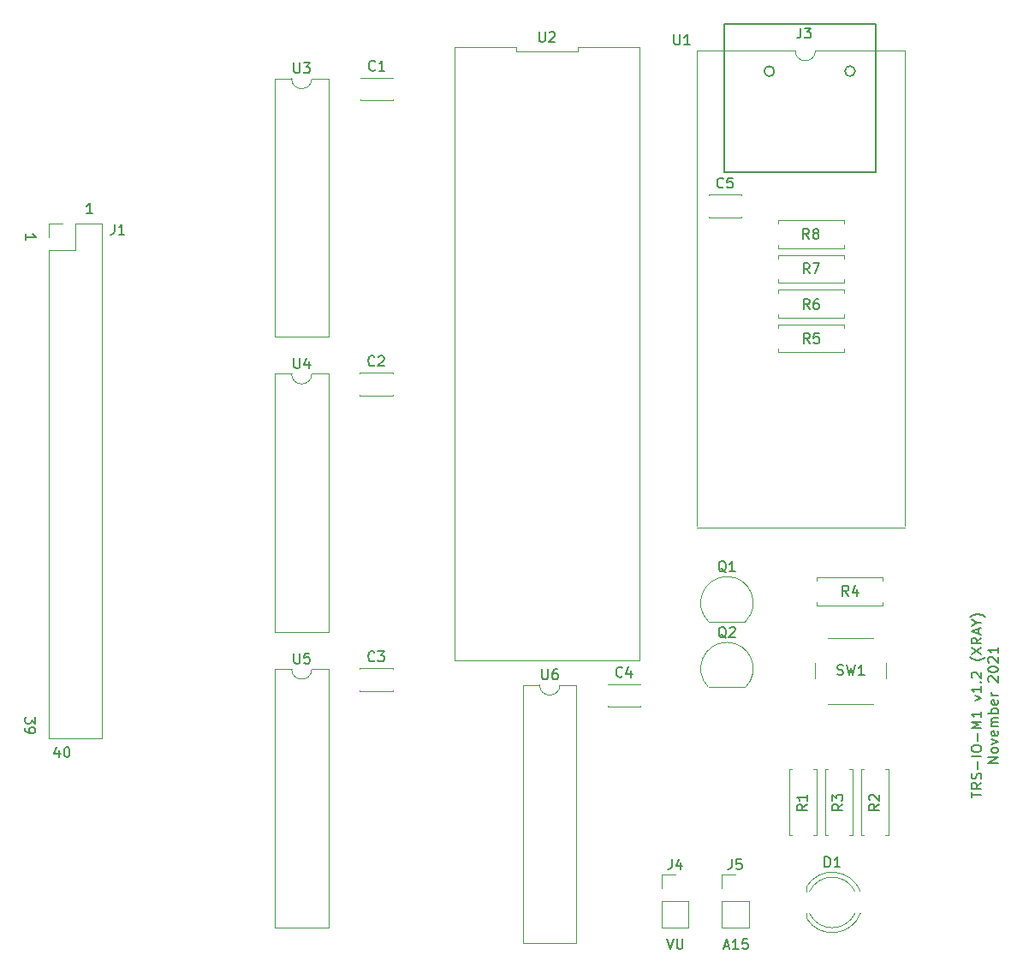
<source format=gbr>
%TF.GenerationSoftware,KiCad,Pcbnew,(5.1.10-1-10_14)*%
%TF.CreationDate,2021-11-12T16:12:36-08:00*%
%TF.ProjectId,TRS-IO-M1,5452532d-494f-42d4-9d31-2e6b69636164,rev?*%
%TF.SameCoordinates,Original*%
%TF.FileFunction,Legend,Top*%
%TF.FilePolarity,Positive*%
%FSLAX46Y46*%
G04 Gerber Fmt 4.6, Leading zero omitted, Abs format (unit mm)*
G04 Created by KiCad (PCBNEW (5.1.10-1-10_14)) date 2021-11-12 16:12:36*
%MOMM*%
%LPD*%
G01*
G04 APERTURE LIST*
%ADD10C,0.150000*%
%ADD11C,0.120000*%
G04 APERTURE END LIST*
D10*
X184259523Y-138866666D02*
X184735714Y-138866666D01*
X184164285Y-139152380D02*
X184497619Y-138152380D01*
X184830952Y-139152380D01*
X185688095Y-139152380D02*
X185116666Y-139152380D01*
X185402380Y-139152380D02*
X185402380Y-138152380D01*
X185307142Y-138295238D01*
X185211904Y-138390476D01*
X185116666Y-138438095D01*
X186592857Y-138152380D02*
X186116666Y-138152380D01*
X186069047Y-138628571D01*
X186116666Y-138580952D01*
X186211904Y-138533333D01*
X186450000Y-138533333D01*
X186545238Y-138580952D01*
X186592857Y-138628571D01*
X186640476Y-138723809D01*
X186640476Y-138961904D01*
X186592857Y-139057142D01*
X186545238Y-139104761D01*
X186450000Y-139152380D01*
X186211904Y-139152380D01*
X186116666Y-139104761D01*
X186069047Y-139057142D01*
X178592857Y-138152380D02*
X178926190Y-139152380D01*
X179259523Y-138152380D01*
X179592857Y-138152380D02*
X179592857Y-138961904D01*
X179640476Y-139057142D01*
X179688095Y-139104761D01*
X179783333Y-139152380D01*
X179973809Y-139152380D01*
X180069047Y-139104761D01*
X180116666Y-139057142D01*
X180164285Y-138961904D01*
X180164285Y-138152380D01*
X208727380Y-124192857D02*
X208727380Y-123621428D01*
X209727380Y-123907142D02*
X208727380Y-123907142D01*
X209727380Y-122716666D02*
X209251190Y-123050000D01*
X209727380Y-123288095D02*
X208727380Y-123288095D01*
X208727380Y-122907142D01*
X208775000Y-122811904D01*
X208822619Y-122764285D01*
X208917857Y-122716666D01*
X209060714Y-122716666D01*
X209155952Y-122764285D01*
X209203571Y-122811904D01*
X209251190Y-122907142D01*
X209251190Y-123288095D01*
X209679761Y-122335714D02*
X209727380Y-122192857D01*
X209727380Y-121954761D01*
X209679761Y-121859523D01*
X209632142Y-121811904D01*
X209536904Y-121764285D01*
X209441666Y-121764285D01*
X209346428Y-121811904D01*
X209298809Y-121859523D01*
X209251190Y-121954761D01*
X209203571Y-122145238D01*
X209155952Y-122240476D01*
X209108333Y-122288095D01*
X209013095Y-122335714D01*
X208917857Y-122335714D01*
X208822619Y-122288095D01*
X208775000Y-122240476D01*
X208727380Y-122145238D01*
X208727380Y-121907142D01*
X208775000Y-121764285D01*
X209346428Y-121335714D02*
X209346428Y-120573809D01*
X209727380Y-120097619D02*
X208727380Y-120097619D01*
X208727380Y-119430952D02*
X208727380Y-119240476D01*
X208775000Y-119145238D01*
X208870238Y-119050000D01*
X209060714Y-119002380D01*
X209394047Y-119002380D01*
X209584523Y-119050000D01*
X209679761Y-119145238D01*
X209727380Y-119240476D01*
X209727380Y-119430952D01*
X209679761Y-119526190D01*
X209584523Y-119621428D01*
X209394047Y-119669047D01*
X209060714Y-119669047D01*
X208870238Y-119621428D01*
X208775000Y-119526190D01*
X208727380Y-119430952D01*
X209346428Y-118573809D02*
X209346428Y-117811904D01*
X209727380Y-117335714D02*
X208727380Y-117335714D01*
X209441666Y-117002380D01*
X208727380Y-116669047D01*
X209727380Y-116669047D01*
X209727380Y-115669047D02*
X209727380Y-116240476D01*
X209727380Y-115954761D02*
X208727380Y-115954761D01*
X208870238Y-116050000D01*
X208965476Y-116145238D01*
X209013095Y-116240476D01*
X209060714Y-114573809D02*
X209727380Y-114335714D01*
X209060714Y-114097619D01*
X209727380Y-113192857D02*
X209727380Y-113764285D01*
X209727380Y-113478571D02*
X208727380Y-113478571D01*
X208870238Y-113573809D01*
X208965476Y-113669047D01*
X209013095Y-113764285D01*
X209632142Y-112764285D02*
X209679761Y-112716666D01*
X209727380Y-112764285D01*
X209679761Y-112811904D01*
X209632142Y-112764285D01*
X209727380Y-112764285D01*
X208822619Y-112335714D02*
X208775000Y-112288095D01*
X208727380Y-112192857D01*
X208727380Y-111954761D01*
X208775000Y-111859523D01*
X208822619Y-111811904D01*
X208917857Y-111764285D01*
X209013095Y-111764285D01*
X209155952Y-111811904D01*
X209727380Y-112383333D01*
X209727380Y-111764285D01*
X210108333Y-110288095D02*
X210060714Y-110335714D01*
X209917857Y-110430952D01*
X209822619Y-110478571D01*
X209679761Y-110526190D01*
X209441666Y-110573809D01*
X209251190Y-110573809D01*
X209013095Y-110526190D01*
X208870238Y-110478571D01*
X208775000Y-110430952D01*
X208632142Y-110335714D01*
X208584523Y-110288095D01*
X208727380Y-110002380D02*
X209727380Y-109335714D01*
X208727380Y-109335714D02*
X209727380Y-110002380D01*
X209727380Y-108383333D02*
X209251190Y-108716666D01*
X209727380Y-108954761D02*
X208727380Y-108954761D01*
X208727380Y-108573809D01*
X208775000Y-108478571D01*
X208822619Y-108430952D01*
X208917857Y-108383333D01*
X209060714Y-108383333D01*
X209155952Y-108430952D01*
X209203571Y-108478571D01*
X209251190Y-108573809D01*
X209251190Y-108954761D01*
X209441666Y-108002380D02*
X209441666Y-107526190D01*
X209727380Y-108097619D02*
X208727380Y-107764285D01*
X209727380Y-107430952D01*
X209251190Y-106907142D02*
X209727380Y-106907142D01*
X208727380Y-107240476D02*
X209251190Y-106907142D01*
X208727380Y-106573809D01*
X210108333Y-106335714D02*
X210060714Y-106288095D01*
X209917857Y-106192857D01*
X209822619Y-106145238D01*
X209679761Y-106097619D01*
X209441666Y-106050000D01*
X209251190Y-106050000D01*
X209013095Y-106097619D01*
X208870238Y-106145238D01*
X208775000Y-106192857D01*
X208632142Y-106288095D01*
X208584523Y-106335714D01*
X211377380Y-120740476D02*
X210377380Y-120740476D01*
X211377380Y-120169047D01*
X210377380Y-120169047D01*
X211377380Y-119550000D02*
X211329761Y-119645238D01*
X211282142Y-119692857D01*
X211186904Y-119740476D01*
X210901190Y-119740476D01*
X210805952Y-119692857D01*
X210758333Y-119645238D01*
X210710714Y-119550000D01*
X210710714Y-119407142D01*
X210758333Y-119311904D01*
X210805952Y-119264285D01*
X210901190Y-119216666D01*
X211186904Y-119216666D01*
X211282142Y-119264285D01*
X211329761Y-119311904D01*
X211377380Y-119407142D01*
X211377380Y-119550000D01*
X210710714Y-118883333D02*
X211377380Y-118645238D01*
X210710714Y-118407142D01*
X211329761Y-117645238D02*
X211377380Y-117740476D01*
X211377380Y-117930952D01*
X211329761Y-118026190D01*
X211234523Y-118073809D01*
X210853571Y-118073809D01*
X210758333Y-118026190D01*
X210710714Y-117930952D01*
X210710714Y-117740476D01*
X210758333Y-117645238D01*
X210853571Y-117597619D01*
X210948809Y-117597619D01*
X211044047Y-118073809D01*
X211377380Y-117169047D02*
X210710714Y-117169047D01*
X210805952Y-117169047D02*
X210758333Y-117121428D01*
X210710714Y-117026190D01*
X210710714Y-116883333D01*
X210758333Y-116788095D01*
X210853571Y-116740476D01*
X211377380Y-116740476D01*
X210853571Y-116740476D02*
X210758333Y-116692857D01*
X210710714Y-116597619D01*
X210710714Y-116454761D01*
X210758333Y-116359523D01*
X210853571Y-116311904D01*
X211377380Y-116311904D01*
X211377380Y-115835714D02*
X210377380Y-115835714D01*
X210758333Y-115835714D02*
X210710714Y-115740476D01*
X210710714Y-115550000D01*
X210758333Y-115454761D01*
X210805952Y-115407142D01*
X210901190Y-115359523D01*
X211186904Y-115359523D01*
X211282142Y-115407142D01*
X211329761Y-115454761D01*
X211377380Y-115550000D01*
X211377380Y-115740476D01*
X211329761Y-115835714D01*
X211329761Y-114550000D02*
X211377380Y-114645238D01*
X211377380Y-114835714D01*
X211329761Y-114930952D01*
X211234523Y-114978571D01*
X210853571Y-114978571D01*
X210758333Y-114930952D01*
X210710714Y-114835714D01*
X210710714Y-114645238D01*
X210758333Y-114550000D01*
X210853571Y-114502380D01*
X210948809Y-114502380D01*
X211044047Y-114978571D01*
X211377380Y-114073809D02*
X210710714Y-114073809D01*
X210901190Y-114073809D02*
X210805952Y-114026190D01*
X210758333Y-113978571D01*
X210710714Y-113883333D01*
X210710714Y-113788095D01*
X210472619Y-112740476D02*
X210425000Y-112692857D01*
X210377380Y-112597619D01*
X210377380Y-112359523D01*
X210425000Y-112264285D01*
X210472619Y-112216666D01*
X210567857Y-112169047D01*
X210663095Y-112169047D01*
X210805952Y-112216666D01*
X211377380Y-112788095D01*
X211377380Y-112169047D01*
X210377380Y-111550000D02*
X210377380Y-111454761D01*
X210425000Y-111359523D01*
X210472619Y-111311904D01*
X210567857Y-111264285D01*
X210758333Y-111216666D01*
X210996428Y-111216666D01*
X211186904Y-111264285D01*
X211282142Y-111311904D01*
X211329761Y-111359523D01*
X211377380Y-111454761D01*
X211377380Y-111550000D01*
X211329761Y-111645238D01*
X211282142Y-111692857D01*
X211186904Y-111740476D01*
X210996428Y-111788095D01*
X210758333Y-111788095D01*
X210567857Y-111740476D01*
X210472619Y-111692857D01*
X210425000Y-111645238D01*
X210377380Y-111550000D01*
X210472619Y-110835714D02*
X210425000Y-110788095D01*
X210377380Y-110692857D01*
X210377380Y-110454761D01*
X210425000Y-110359523D01*
X210472619Y-110311904D01*
X210567857Y-110264285D01*
X210663095Y-110264285D01*
X210805952Y-110311904D01*
X211377380Y-110883333D01*
X211377380Y-110264285D01*
X211377380Y-109311904D02*
X211377380Y-109883333D01*
X211377380Y-109597619D02*
X210377380Y-109597619D01*
X210520238Y-109692857D01*
X210615476Y-109788095D01*
X210663095Y-109883333D01*
X116143019Y-116233676D02*
X116143019Y-116852723D01*
X115762066Y-116519390D01*
X115762066Y-116662247D01*
X115714447Y-116757485D01*
X115666828Y-116805104D01*
X115571590Y-116852723D01*
X115333495Y-116852723D01*
X115238257Y-116805104D01*
X115190638Y-116757485D01*
X115143019Y-116662247D01*
X115143019Y-116376533D01*
X115190638Y-116281295D01*
X115238257Y-116233676D01*
X115143019Y-117328914D02*
X115143019Y-117519390D01*
X115190638Y-117614628D01*
X115238257Y-117662247D01*
X115381114Y-117757485D01*
X115571590Y-117805104D01*
X115952542Y-117805104D01*
X116047780Y-117757485D01*
X116095400Y-117709866D01*
X116143019Y-117614628D01*
X116143019Y-117424152D01*
X116095400Y-117328914D01*
X116047780Y-117281295D01*
X115952542Y-117233676D01*
X115714447Y-117233676D01*
X115619209Y-117281295D01*
X115571590Y-117328914D01*
X115523971Y-117424152D01*
X115523971Y-117614628D01*
X115571590Y-117709866D01*
X115619209Y-117757485D01*
X115714447Y-117805104D01*
X115193819Y-69043514D02*
X115193819Y-68472085D01*
X115193819Y-68757800D02*
X116193819Y-68757800D01*
X116050961Y-68662561D01*
X115955723Y-68567323D01*
X115908104Y-68472085D01*
X118510085Y-119521314D02*
X118510085Y-120187980D01*
X118271990Y-119140361D02*
X118033895Y-119854647D01*
X118652942Y-119854647D01*
X119224371Y-119187980D02*
X119319609Y-119187980D01*
X119414847Y-119235600D01*
X119462466Y-119283219D01*
X119510085Y-119378457D01*
X119557704Y-119568933D01*
X119557704Y-119807028D01*
X119510085Y-119997504D01*
X119462466Y-120092742D01*
X119414847Y-120140361D01*
X119319609Y-120187980D01*
X119224371Y-120187980D01*
X119129133Y-120140361D01*
X119081514Y-120092742D01*
X119033895Y-119997504D01*
X118986276Y-119807028D01*
X118986276Y-119568933D01*
X119033895Y-119378457D01*
X119081514Y-119283219D01*
X119129133Y-119235600D01*
X119224371Y-119187980D01*
X121799314Y-66416180D02*
X121227885Y-66416180D01*
X121513600Y-66416180D02*
X121513600Y-65416180D01*
X121418361Y-65559038D01*
X121323123Y-65654276D01*
X121227885Y-65701895D01*
D11*
%TO.C,U1*%
X202141600Y-50359000D02*
X193303400Y-50359000D01*
X202141600Y-97351500D02*
X202141600Y-50371500D01*
X181576200Y-97469000D02*
X202141600Y-97469000D01*
X181576200Y-50371500D02*
X181576200Y-97351500D01*
X191303400Y-50359000D02*
X181576200Y-50359000D01*
X193303400Y-50333600D02*
G75*
G02*
X191303400Y-50333600I-1000000J0D01*
G01*
%TO.C,SW1*%
X200294900Y-112397800D02*
X200294900Y-110897800D01*
X199044900Y-108397800D02*
X194544900Y-108397800D01*
X193294900Y-110897800D02*
X193294900Y-112397800D01*
X194544900Y-114897800D02*
X199044900Y-114897800D01*
%TO.C,R4*%
X199954900Y-105179800D02*
X199954900Y-104849800D01*
X193414900Y-105179800D02*
X199954900Y-105179800D01*
X193414900Y-104849800D02*
X193414900Y-105179800D01*
X199954900Y-102439800D02*
X199954900Y-102769800D01*
X193414900Y-102439800D02*
X199954900Y-102439800D01*
X193414900Y-102769800D02*
X193414900Y-102439800D01*
%TO.C,R3*%
X194235400Y-127907800D02*
X194565400Y-127907800D01*
X194235400Y-121367800D02*
X194235400Y-127907800D01*
X194565400Y-121367800D02*
X194235400Y-121367800D01*
X196975400Y-127907800D02*
X196645400Y-127907800D01*
X196975400Y-121367800D02*
X196975400Y-127907800D01*
X196645400Y-121367800D02*
X196975400Y-121367800D01*
%TO.C,R2*%
X197791400Y-127907800D02*
X198121400Y-127907800D01*
X197791400Y-121367800D02*
X197791400Y-127907800D01*
X198121400Y-121367800D02*
X197791400Y-121367800D01*
X200531400Y-127907800D02*
X200201400Y-127907800D01*
X200531400Y-121367800D02*
X200531400Y-127907800D01*
X200201400Y-121367800D02*
X200531400Y-121367800D01*
%TO.C,R1*%
X190679400Y-127907800D02*
X191009400Y-127907800D01*
X190679400Y-121367800D02*
X190679400Y-127907800D01*
X191009400Y-121367800D02*
X190679400Y-121367800D01*
X193419400Y-127907800D02*
X193089400Y-127907800D01*
X193419400Y-121367800D02*
X193419400Y-127907800D01*
X193089400Y-121367800D02*
X193419400Y-121367800D01*
%TO.C,J1*%
X117509000Y-67429200D02*
X118839000Y-67429200D01*
X117509000Y-68759200D02*
X117509000Y-67429200D01*
X120109000Y-67429200D02*
X122709000Y-67429200D01*
X120109000Y-70029200D02*
X120109000Y-67429200D01*
X117509000Y-70029200D02*
X120109000Y-70029200D01*
X122709000Y-67429200D02*
X122709000Y-118349200D01*
X117509000Y-70029200D02*
X117509000Y-118349200D01*
X117509000Y-118349200D02*
X122709000Y-118349200D01*
%TO.C,D1*%
X192410400Y-135623800D02*
X192410400Y-136088800D01*
X192410400Y-132998800D02*
X192410400Y-133463800D01*
X197224879Y-135624229D02*
G75*
G02*
X192715716Y-135623800I-2254479J1080429D01*
G01*
X197224879Y-133463371D02*
G75*
G03*
X192715716Y-133463800I-2254479J-1080429D01*
G01*
X197758215Y-135624627D02*
G75*
G02*
X192410400Y-136088630I-2787815J1080827D01*
G01*
X197758215Y-133462973D02*
G75*
G03*
X192410400Y-132998970I-2787815J-1080827D01*
G01*
D10*
%TO.C,J3*%
X197225400Y-52374800D02*
G75*
G03*
X197225400Y-52374800I-500000J0D01*
G01*
X189245400Y-52374800D02*
G75*
G03*
X189245400Y-52374800I-500000J0D01*
G01*
X199295400Y-62374800D02*
X184295400Y-62374800D01*
X184295400Y-62374800D02*
X184295400Y-47674800D01*
X184295400Y-47674800D02*
X199295400Y-47674800D01*
X199295400Y-47674800D02*
X199295400Y-62374800D01*
D11*
%TO.C,R5*%
X189617600Y-77750800D02*
X189617600Y-77420800D01*
X189617600Y-77420800D02*
X196157600Y-77420800D01*
X196157600Y-77420800D02*
X196157600Y-77750800D01*
X189617600Y-79830800D02*
X189617600Y-80160800D01*
X189617600Y-80160800D02*
X196157600Y-80160800D01*
X196157600Y-80160800D02*
X196157600Y-79830800D01*
%TO.C,R6*%
X196157600Y-76731800D02*
X196157600Y-76401800D01*
X189617600Y-76731800D02*
X196157600Y-76731800D01*
X189617600Y-76401800D02*
X189617600Y-76731800D01*
X196157600Y-73991800D02*
X196157600Y-74321800D01*
X189617600Y-73991800D02*
X196157600Y-73991800D01*
X189617600Y-74321800D02*
X189617600Y-73991800D01*
%TO.C,R7*%
X189617600Y-70892800D02*
X189617600Y-70562800D01*
X189617600Y-70562800D02*
X196157600Y-70562800D01*
X196157600Y-70562800D02*
X196157600Y-70892800D01*
X189617600Y-72972800D02*
X189617600Y-73302800D01*
X189617600Y-73302800D02*
X196157600Y-73302800D01*
X196157600Y-73302800D02*
X196157600Y-72972800D01*
%TO.C,R8*%
X196157600Y-69873800D02*
X196157600Y-69543800D01*
X189617600Y-69873800D02*
X196157600Y-69873800D01*
X189617600Y-69543800D02*
X189617600Y-69873800D01*
X196157600Y-67133800D02*
X196157600Y-67463800D01*
X189617600Y-67133800D02*
X196157600Y-67133800D01*
X189617600Y-67463800D02*
X189617600Y-67133800D01*
%TO.C,C1*%
X148296200Y-53007400D02*
X151536200Y-53007400D01*
X148296200Y-55247400D02*
X151536200Y-55247400D01*
X148296200Y-53007400D02*
X148296200Y-53072400D01*
X148296200Y-55182400D02*
X148296200Y-55247400D01*
X151536200Y-53007400D02*
X151536200Y-53072400D01*
X151536200Y-55182400D02*
X151536200Y-55247400D01*
%TO.C,C2*%
X151485400Y-84367000D02*
X151485400Y-84432000D01*
X151485400Y-82192000D02*
X151485400Y-82257000D01*
X148245400Y-84367000D02*
X148245400Y-84432000D01*
X148245400Y-82192000D02*
X148245400Y-82257000D01*
X148245400Y-84432000D02*
X151485400Y-84432000D01*
X148245400Y-82192000D02*
X151485400Y-82192000D01*
%TO.C,C3*%
X148245400Y-111402000D02*
X151485400Y-111402000D01*
X148245400Y-113642000D02*
X151485400Y-113642000D01*
X148245400Y-111402000D02*
X148245400Y-111467000D01*
X148245400Y-113577000D02*
X148245400Y-113642000D01*
X151485400Y-111402000D02*
X151485400Y-111467000D01*
X151485400Y-113577000D02*
X151485400Y-113642000D01*
%TO.C,C4*%
X175996400Y-115126400D02*
X175996400Y-115191400D01*
X175996400Y-112951400D02*
X175996400Y-113016400D01*
X172756400Y-115126400D02*
X172756400Y-115191400D01*
X172756400Y-112951400D02*
X172756400Y-113016400D01*
X172756400Y-115191400D02*
X175996400Y-115191400D01*
X172756400Y-112951400D02*
X175996400Y-112951400D01*
%TO.C,C5*%
X182738600Y-64589800D02*
X185978600Y-64589800D01*
X182738600Y-66829800D02*
X185978600Y-66829800D01*
X182738600Y-64589800D02*
X182738600Y-64654800D01*
X182738600Y-66764800D02*
X182738600Y-66829800D01*
X185978600Y-64589800D02*
X185978600Y-64654800D01*
X185978600Y-66764800D02*
X185978600Y-66829800D01*
%TO.C,J4*%
X178095600Y-137016800D02*
X180755600Y-137016800D01*
X178095600Y-134416800D02*
X178095600Y-137016800D01*
X180755600Y-134416800D02*
X180755600Y-137016800D01*
X178095600Y-134416800D02*
X180755600Y-134416800D01*
X178095600Y-133146800D02*
X178095600Y-131816800D01*
X178095600Y-131816800D02*
X179425600Y-131816800D01*
%TO.C,J5*%
X184039200Y-131816800D02*
X185369200Y-131816800D01*
X184039200Y-133146800D02*
X184039200Y-131816800D01*
X184039200Y-134416800D02*
X186699200Y-134416800D01*
X186699200Y-134416800D02*
X186699200Y-137016800D01*
X184039200Y-134416800D02*
X184039200Y-137016800D01*
X184039200Y-137016800D02*
X186699200Y-137016800D01*
%TO.C,Q1*%
X182756400Y-106777400D02*
X186356400Y-106777400D01*
X182717922Y-106765878D02*
G75*
G02*
X184556400Y-102327400I1838478J1838478D01*
G01*
X186394878Y-106765878D02*
G75*
G03*
X184556400Y-102327400I-1838478J1838478D01*
G01*
%TO.C,Q2*%
X182756400Y-113279800D02*
X186356400Y-113279800D01*
X186394878Y-113268278D02*
G75*
G03*
X184556400Y-108829800I-1838478J1838478D01*
G01*
X182717922Y-113268278D02*
G75*
G02*
X184556400Y-108829800I1838478J1838478D01*
G01*
%TO.C,U2*%
X163711001Y-50030200D02*
X157631001Y-50030200D01*
X163711001Y-50390200D02*
X163711001Y-50030200D01*
X169791000Y-50390200D02*
X163711001Y-50390200D01*
X169791000Y-50030200D02*
X169791000Y-50390200D01*
X175871000Y-50030200D02*
X169791000Y-50030200D01*
X175870999Y-110650200D02*
X175871000Y-50030200D01*
X157631000Y-110650200D02*
X175870999Y-110650200D01*
X157631001Y-50030200D02*
X157631000Y-110650200D01*
%TO.C,U3*%
X141494000Y-53102200D02*
X139844000Y-53102200D01*
X139844000Y-53102200D02*
X139844000Y-78622200D01*
X139844000Y-78622200D02*
X145144000Y-78622200D01*
X145144000Y-78622200D02*
X145144000Y-53102200D01*
X145144000Y-53102200D02*
X143494000Y-53102200D01*
X143494000Y-53102200D02*
G75*
G02*
X141494000Y-53102200I-1000000J0D01*
G01*
%TO.C,U4*%
X145144000Y-82286800D02*
X143494000Y-82286800D01*
X145144000Y-107806800D02*
X145144000Y-82286800D01*
X139844000Y-107806800D02*
X145144000Y-107806800D01*
X139844000Y-82286800D02*
X139844000Y-107806800D01*
X141494000Y-82286800D02*
X139844000Y-82286800D01*
X143494000Y-82286800D02*
G75*
G02*
X141494000Y-82286800I-1000000J0D01*
G01*
%TO.C,U5*%
X141494000Y-111471400D02*
X139844000Y-111471400D01*
X139844000Y-111471400D02*
X139844000Y-136991400D01*
X139844000Y-136991400D02*
X145144000Y-136991400D01*
X145144000Y-136991400D02*
X145144000Y-111471400D01*
X145144000Y-111471400D02*
X143494000Y-111471400D01*
X143494000Y-111471400D02*
G75*
G02*
X141494000Y-111471400I-1000000J0D01*
G01*
%TO.C,U6*%
X169680400Y-113046200D02*
X168030400Y-113046200D01*
X169680400Y-138566200D02*
X169680400Y-113046200D01*
X164380400Y-138566200D02*
X169680400Y-138566200D01*
X164380400Y-113046200D02*
X164380400Y-138566200D01*
X166030400Y-113046200D02*
X164380400Y-113046200D01*
X168030400Y-113046200D02*
G75*
G02*
X166030400Y-113046200I-1000000J0D01*
G01*
%TO.C,U1*%
D10*
X179324095Y-48753780D02*
X179324095Y-49563304D01*
X179371714Y-49658542D01*
X179419333Y-49706161D01*
X179514571Y-49753780D01*
X179705047Y-49753780D01*
X179800285Y-49706161D01*
X179847904Y-49658542D01*
X179895523Y-49563304D01*
X179895523Y-48753780D01*
X180895523Y-49753780D02*
X180324095Y-49753780D01*
X180609809Y-49753780D02*
X180609809Y-48753780D01*
X180514571Y-48896638D01*
X180419333Y-48991876D01*
X180324095Y-49039495D01*
%TO.C,SW1*%
X195465866Y-112012361D02*
X195608723Y-112059980D01*
X195846819Y-112059980D01*
X195942057Y-112012361D01*
X195989676Y-111964742D01*
X196037295Y-111869504D01*
X196037295Y-111774266D01*
X195989676Y-111679028D01*
X195942057Y-111631409D01*
X195846819Y-111583790D01*
X195656342Y-111536171D01*
X195561104Y-111488552D01*
X195513485Y-111440933D01*
X195465866Y-111345695D01*
X195465866Y-111250457D01*
X195513485Y-111155219D01*
X195561104Y-111107600D01*
X195656342Y-111059980D01*
X195894438Y-111059980D01*
X196037295Y-111107600D01*
X196370628Y-111059980D02*
X196608723Y-112059980D01*
X196799200Y-111345695D01*
X196989676Y-112059980D01*
X197227771Y-111059980D01*
X198132533Y-112059980D02*
X197561104Y-112059980D01*
X197846819Y-112059980D02*
X197846819Y-111059980D01*
X197751580Y-111202838D01*
X197656342Y-111298076D01*
X197561104Y-111345695D01*
%TO.C,R4*%
X196581733Y-104236780D02*
X196248400Y-103760590D01*
X196010304Y-104236780D02*
X196010304Y-103236780D01*
X196391257Y-103236780D01*
X196486495Y-103284400D01*
X196534114Y-103332019D01*
X196581733Y-103427257D01*
X196581733Y-103570114D01*
X196534114Y-103665352D01*
X196486495Y-103712971D01*
X196391257Y-103760590D01*
X196010304Y-103760590D01*
X197438876Y-103570114D02*
X197438876Y-104236780D01*
X197200780Y-103189161D02*
X196962685Y-103903447D01*
X197581733Y-103903447D01*
%TO.C,R3*%
X195981580Y-124829866D02*
X195505390Y-125163200D01*
X195981580Y-125401295D02*
X194981580Y-125401295D01*
X194981580Y-125020342D01*
X195029200Y-124925104D01*
X195076819Y-124877485D01*
X195172057Y-124829866D01*
X195314914Y-124829866D01*
X195410152Y-124877485D01*
X195457771Y-124925104D01*
X195505390Y-125020342D01*
X195505390Y-125401295D01*
X194981580Y-124496533D02*
X194981580Y-123877485D01*
X195362533Y-124210819D01*
X195362533Y-124067961D01*
X195410152Y-123972723D01*
X195457771Y-123925104D01*
X195553009Y-123877485D01*
X195791104Y-123877485D01*
X195886342Y-123925104D01*
X195933961Y-123972723D01*
X195981580Y-124067961D01*
X195981580Y-124353676D01*
X195933961Y-124448914D01*
X195886342Y-124496533D01*
%TO.C,R2*%
X199613780Y-124829866D02*
X199137590Y-125163200D01*
X199613780Y-125401295D02*
X198613780Y-125401295D01*
X198613780Y-125020342D01*
X198661400Y-124925104D01*
X198709019Y-124877485D01*
X198804257Y-124829866D01*
X198947114Y-124829866D01*
X199042352Y-124877485D01*
X199089971Y-124925104D01*
X199137590Y-125020342D01*
X199137590Y-125401295D01*
X198709019Y-124448914D02*
X198661400Y-124401295D01*
X198613780Y-124306057D01*
X198613780Y-124067961D01*
X198661400Y-123972723D01*
X198709019Y-123925104D01*
X198804257Y-123877485D01*
X198899495Y-123877485D01*
X199042352Y-123925104D01*
X199613780Y-124496533D01*
X199613780Y-123877485D01*
%TO.C,R1*%
X192476380Y-124855266D02*
X192000190Y-125188600D01*
X192476380Y-125426695D02*
X191476380Y-125426695D01*
X191476380Y-125045742D01*
X191524000Y-124950504D01*
X191571619Y-124902885D01*
X191666857Y-124855266D01*
X191809714Y-124855266D01*
X191904952Y-124902885D01*
X191952571Y-124950504D01*
X192000190Y-125045742D01*
X192000190Y-125426695D01*
X192476380Y-123902885D02*
X192476380Y-124474314D01*
X192476380Y-124188600D02*
X191476380Y-124188600D01*
X191619238Y-124283838D01*
X191714476Y-124379076D01*
X191762095Y-124474314D01*
%TO.C,J1*%
X123974266Y-67498980D02*
X123974266Y-68213266D01*
X123926647Y-68356123D01*
X123831409Y-68451361D01*
X123688552Y-68498980D01*
X123593314Y-68498980D01*
X124974266Y-68498980D02*
X124402838Y-68498980D01*
X124688552Y-68498980D02*
X124688552Y-67498980D01*
X124593314Y-67641838D01*
X124498076Y-67737076D01*
X124402838Y-67784695D01*
%TO.C,D1*%
X194232304Y-131036180D02*
X194232304Y-130036180D01*
X194470400Y-130036180D01*
X194613257Y-130083800D01*
X194708495Y-130179038D01*
X194756114Y-130274276D01*
X194803733Y-130464752D01*
X194803733Y-130607609D01*
X194756114Y-130798085D01*
X194708495Y-130893323D01*
X194613257Y-130988561D01*
X194470400Y-131036180D01*
X194232304Y-131036180D01*
X195756114Y-131036180D02*
X195184685Y-131036180D01*
X195470400Y-131036180D02*
X195470400Y-130036180D01*
X195375161Y-130179038D01*
X195279923Y-130274276D01*
X195184685Y-130321895D01*
%TO.C,J3*%
X191843066Y-48093380D02*
X191843066Y-48807666D01*
X191795447Y-48950523D01*
X191700209Y-49045761D01*
X191557352Y-49093380D01*
X191462114Y-49093380D01*
X192224019Y-48093380D02*
X192843066Y-48093380D01*
X192509733Y-48474333D01*
X192652590Y-48474333D01*
X192747828Y-48521952D01*
X192795447Y-48569571D01*
X192843066Y-48664809D01*
X192843066Y-48902904D01*
X192795447Y-48998142D01*
X192747828Y-49045761D01*
X192652590Y-49093380D01*
X192366876Y-49093380D01*
X192271638Y-49045761D01*
X192224019Y-48998142D01*
%TO.C,R5*%
X192746333Y-79268580D02*
X192413000Y-78792390D01*
X192174904Y-79268580D02*
X192174904Y-78268580D01*
X192555857Y-78268580D01*
X192651095Y-78316200D01*
X192698714Y-78363819D01*
X192746333Y-78459057D01*
X192746333Y-78601914D01*
X192698714Y-78697152D01*
X192651095Y-78744771D01*
X192555857Y-78792390D01*
X192174904Y-78792390D01*
X193651095Y-78268580D02*
X193174904Y-78268580D01*
X193127285Y-78744771D01*
X193174904Y-78697152D01*
X193270142Y-78649533D01*
X193508238Y-78649533D01*
X193603476Y-78697152D01*
X193651095Y-78744771D01*
X193698714Y-78840009D01*
X193698714Y-79078104D01*
X193651095Y-79173342D01*
X193603476Y-79220961D01*
X193508238Y-79268580D01*
X193270142Y-79268580D01*
X193174904Y-79220961D01*
X193127285Y-79173342D01*
%TO.C,R6*%
X192720933Y-75890380D02*
X192387600Y-75414190D01*
X192149504Y-75890380D02*
X192149504Y-74890380D01*
X192530457Y-74890380D01*
X192625695Y-74938000D01*
X192673314Y-74985619D01*
X192720933Y-75080857D01*
X192720933Y-75223714D01*
X192673314Y-75318952D01*
X192625695Y-75366571D01*
X192530457Y-75414190D01*
X192149504Y-75414190D01*
X193578076Y-74890380D02*
X193387600Y-74890380D01*
X193292361Y-74938000D01*
X193244742Y-74985619D01*
X193149504Y-75128476D01*
X193101885Y-75318952D01*
X193101885Y-75699904D01*
X193149504Y-75795142D01*
X193197123Y-75842761D01*
X193292361Y-75890380D01*
X193482838Y-75890380D01*
X193578076Y-75842761D01*
X193625695Y-75795142D01*
X193673314Y-75699904D01*
X193673314Y-75461809D01*
X193625695Y-75366571D01*
X193578076Y-75318952D01*
X193482838Y-75271333D01*
X193292361Y-75271333D01*
X193197123Y-75318952D01*
X193149504Y-75366571D01*
X193101885Y-75461809D01*
%TO.C,R7*%
X192720933Y-72359780D02*
X192387600Y-71883590D01*
X192149504Y-72359780D02*
X192149504Y-71359780D01*
X192530457Y-71359780D01*
X192625695Y-71407400D01*
X192673314Y-71455019D01*
X192720933Y-71550257D01*
X192720933Y-71693114D01*
X192673314Y-71788352D01*
X192625695Y-71835971D01*
X192530457Y-71883590D01*
X192149504Y-71883590D01*
X193054266Y-71359780D02*
X193720933Y-71359780D01*
X193292361Y-72359780D01*
%TO.C,R8*%
X192670133Y-68956180D02*
X192336800Y-68479990D01*
X192098704Y-68956180D02*
X192098704Y-67956180D01*
X192479657Y-67956180D01*
X192574895Y-68003800D01*
X192622514Y-68051419D01*
X192670133Y-68146657D01*
X192670133Y-68289514D01*
X192622514Y-68384752D01*
X192574895Y-68432371D01*
X192479657Y-68479990D01*
X192098704Y-68479990D01*
X193241561Y-68384752D02*
X193146323Y-68337133D01*
X193098704Y-68289514D01*
X193051085Y-68194276D01*
X193051085Y-68146657D01*
X193098704Y-68051419D01*
X193146323Y-68003800D01*
X193241561Y-67956180D01*
X193432038Y-67956180D01*
X193527276Y-68003800D01*
X193574895Y-68051419D01*
X193622514Y-68146657D01*
X193622514Y-68194276D01*
X193574895Y-68289514D01*
X193527276Y-68337133D01*
X193432038Y-68384752D01*
X193241561Y-68384752D01*
X193146323Y-68432371D01*
X193098704Y-68479990D01*
X193051085Y-68575228D01*
X193051085Y-68765704D01*
X193098704Y-68860942D01*
X193146323Y-68908561D01*
X193241561Y-68956180D01*
X193432038Y-68956180D01*
X193527276Y-68908561D01*
X193574895Y-68860942D01*
X193622514Y-68765704D01*
X193622514Y-68575228D01*
X193574895Y-68479990D01*
X193527276Y-68432371D01*
X193432038Y-68384752D01*
%TO.C,C1*%
X149749533Y-52234542D02*
X149701914Y-52282161D01*
X149559057Y-52329780D01*
X149463819Y-52329780D01*
X149320961Y-52282161D01*
X149225723Y-52186923D01*
X149178104Y-52091685D01*
X149130485Y-51901209D01*
X149130485Y-51758352D01*
X149178104Y-51567876D01*
X149225723Y-51472638D01*
X149320961Y-51377400D01*
X149463819Y-51329780D01*
X149559057Y-51329780D01*
X149701914Y-51377400D01*
X149749533Y-51425019D01*
X150701914Y-52329780D02*
X150130485Y-52329780D01*
X150416200Y-52329780D02*
X150416200Y-51329780D01*
X150320961Y-51472638D01*
X150225723Y-51567876D01*
X150130485Y-51615495D01*
%TO.C,C2*%
X149698733Y-81419142D02*
X149651114Y-81466761D01*
X149508257Y-81514380D01*
X149413019Y-81514380D01*
X149270161Y-81466761D01*
X149174923Y-81371523D01*
X149127304Y-81276285D01*
X149079685Y-81085809D01*
X149079685Y-80942952D01*
X149127304Y-80752476D01*
X149174923Y-80657238D01*
X149270161Y-80562000D01*
X149413019Y-80514380D01*
X149508257Y-80514380D01*
X149651114Y-80562000D01*
X149698733Y-80609619D01*
X150079685Y-80609619D02*
X150127304Y-80562000D01*
X150222542Y-80514380D01*
X150460638Y-80514380D01*
X150555876Y-80562000D01*
X150603495Y-80609619D01*
X150651114Y-80704857D01*
X150651114Y-80800095D01*
X150603495Y-80942952D01*
X150032066Y-81514380D01*
X150651114Y-81514380D01*
%TO.C,C3*%
X149698733Y-110629142D02*
X149651114Y-110676761D01*
X149508257Y-110724380D01*
X149413019Y-110724380D01*
X149270161Y-110676761D01*
X149174923Y-110581523D01*
X149127304Y-110486285D01*
X149079685Y-110295809D01*
X149079685Y-110152952D01*
X149127304Y-109962476D01*
X149174923Y-109867238D01*
X149270161Y-109772000D01*
X149413019Y-109724380D01*
X149508257Y-109724380D01*
X149651114Y-109772000D01*
X149698733Y-109819619D01*
X150032066Y-109724380D02*
X150651114Y-109724380D01*
X150317780Y-110105333D01*
X150460638Y-110105333D01*
X150555876Y-110152952D01*
X150603495Y-110200571D01*
X150651114Y-110295809D01*
X150651114Y-110533904D01*
X150603495Y-110629142D01*
X150555876Y-110676761D01*
X150460638Y-110724380D01*
X150174923Y-110724380D01*
X150079685Y-110676761D01*
X150032066Y-110629142D01*
%TO.C,C4*%
X174209733Y-112178542D02*
X174162114Y-112226161D01*
X174019257Y-112273780D01*
X173924019Y-112273780D01*
X173781161Y-112226161D01*
X173685923Y-112130923D01*
X173638304Y-112035685D01*
X173590685Y-111845209D01*
X173590685Y-111702352D01*
X173638304Y-111511876D01*
X173685923Y-111416638D01*
X173781161Y-111321400D01*
X173924019Y-111273780D01*
X174019257Y-111273780D01*
X174162114Y-111321400D01*
X174209733Y-111369019D01*
X175066876Y-111607114D02*
X175066876Y-112273780D01*
X174828780Y-111226161D02*
X174590685Y-111940447D01*
X175209733Y-111940447D01*
%TO.C,C5*%
X184191933Y-63816942D02*
X184144314Y-63864561D01*
X184001457Y-63912180D01*
X183906219Y-63912180D01*
X183763361Y-63864561D01*
X183668123Y-63769323D01*
X183620504Y-63674085D01*
X183572885Y-63483609D01*
X183572885Y-63340752D01*
X183620504Y-63150276D01*
X183668123Y-63055038D01*
X183763361Y-62959800D01*
X183906219Y-62912180D01*
X184001457Y-62912180D01*
X184144314Y-62959800D01*
X184191933Y-63007419D01*
X185096695Y-62912180D02*
X184620504Y-62912180D01*
X184572885Y-63388371D01*
X184620504Y-63340752D01*
X184715742Y-63293133D01*
X184953838Y-63293133D01*
X185049076Y-63340752D01*
X185096695Y-63388371D01*
X185144314Y-63483609D01*
X185144314Y-63721704D01*
X185096695Y-63816942D01*
X185049076Y-63864561D01*
X184953838Y-63912180D01*
X184715742Y-63912180D01*
X184620504Y-63864561D01*
X184572885Y-63816942D01*
%TO.C,J4*%
X179092266Y-130269180D02*
X179092266Y-130983466D01*
X179044647Y-131126323D01*
X178949409Y-131221561D01*
X178806552Y-131269180D01*
X178711314Y-131269180D01*
X179997028Y-130602514D02*
X179997028Y-131269180D01*
X179758933Y-130221561D02*
X179520838Y-130935847D01*
X180139885Y-130935847D01*
%TO.C,J5*%
X185035866Y-130269180D02*
X185035866Y-130983466D01*
X184988247Y-131126323D01*
X184893009Y-131221561D01*
X184750152Y-131269180D01*
X184654914Y-131269180D01*
X185988247Y-130269180D02*
X185512057Y-130269180D01*
X185464438Y-130745371D01*
X185512057Y-130697752D01*
X185607295Y-130650133D01*
X185845390Y-130650133D01*
X185940628Y-130697752D01*
X185988247Y-130745371D01*
X186035866Y-130840609D01*
X186035866Y-131078704D01*
X185988247Y-131173942D01*
X185940628Y-131221561D01*
X185845390Y-131269180D01*
X185607295Y-131269180D01*
X185512057Y-131221561D01*
X185464438Y-131173942D01*
%TO.C,Q1*%
X184461161Y-101915019D02*
X184365923Y-101867400D01*
X184270685Y-101772161D01*
X184127828Y-101629304D01*
X184032590Y-101581685D01*
X183937352Y-101581685D01*
X183984971Y-101819780D02*
X183889733Y-101772161D01*
X183794495Y-101676923D01*
X183746876Y-101486447D01*
X183746876Y-101153114D01*
X183794495Y-100962638D01*
X183889733Y-100867400D01*
X183984971Y-100819780D01*
X184175447Y-100819780D01*
X184270685Y-100867400D01*
X184365923Y-100962638D01*
X184413542Y-101153114D01*
X184413542Y-101486447D01*
X184365923Y-101676923D01*
X184270685Y-101772161D01*
X184175447Y-101819780D01*
X183984971Y-101819780D01*
X185365923Y-101819780D02*
X184794495Y-101819780D01*
X185080209Y-101819780D02*
X185080209Y-100819780D01*
X184984971Y-100962638D01*
X184889733Y-101057876D01*
X184794495Y-101105495D01*
%TO.C,Q2*%
X184461161Y-108417419D02*
X184365923Y-108369800D01*
X184270685Y-108274561D01*
X184127828Y-108131704D01*
X184032590Y-108084085D01*
X183937352Y-108084085D01*
X183984971Y-108322180D02*
X183889733Y-108274561D01*
X183794495Y-108179323D01*
X183746876Y-107988847D01*
X183746876Y-107655514D01*
X183794495Y-107465038D01*
X183889733Y-107369800D01*
X183984971Y-107322180D01*
X184175447Y-107322180D01*
X184270685Y-107369800D01*
X184365923Y-107465038D01*
X184413542Y-107655514D01*
X184413542Y-107988847D01*
X184365923Y-108179323D01*
X184270685Y-108274561D01*
X184175447Y-108322180D01*
X183984971Y-108322180D01*
X184794495Y-107417419D02*
X184842114Y-107369800D01*
X184937352Y-107322180D01*
X185175447Y-107322180D01*
X185270685Y-107369800D01*
X185318304Y-107417419D01*
X185365923Y-107512657D01*
X185365923Y-107607895D01*
X185318304Y-107750752D01*
X184746876Y-108322180D01*
X185365923Y-108322180D01*
%TO.C,U2*%
X165989095Y-48482580D02*
X165989095Y-49292104D01*
X166036714Y-49387342D01*
X166084333Y-49434961D01*
X166179571Y-49482580D01*
X166370047Y-49482580D01*
X166465285Y-49434961D01*
X166512904Y-49387342D01*
X166560523Y-49292104D01*
X166560523Y-48482580D01*
X166989095Y-48577819D02*
X167036714Y-48530200D01*
X167131952Y-48482580D01*
X167370047Y-48482580D01*
X167465285Y-48530200D01*
X167512904Y-48577819D01*
X167560523Y-48673057D01*
X167560523Y-48768295D01*
X167512904Y-48911152D01*
X166941476Y-49482580D01*
X167560523Y-49482580D01*
%TO.C,U3*%
X141732095Y-51554580D02*
X141732095Y-52364104D01*
X141779714Y-52459342D01*
X141827333Y-52506961D01*
X141922571Y-52554580D01*
X142113047Y-52554580D01*
X142208285Y-52506961D01*
X142255904Y-52459342D01*
X142303523Y-52364104D01*
X142303523Y-51554580D01*
X142684476Y-51554580D02*
X143303523Y-51554580D01*
X142970190Y-51935533D01*
X143113047Y-51935533D01*
X143208285Y-51983152D01*
X143255904Y-52030771D01*
X143303523Y-52126009D01*
X143303523Y-52364104D01*
X143255904Y-52459342D01*
X143208285Y-52506961D01*
X143113047Y-52554580D01*
X142827333Y-52554580D01*
X142732095Y-52506961D01*
X142684476Y-52459342D01*
%TO.C,U4*%
X141732095Y-80739180D02*
X141732095Y-81548704D01*
X141779714Y-81643942D01*
X141827333Y-81691561D01*
X141922571Y-81739180D01*
X142113047Y-81739180D01*
X142208285Y-81691561D01*
X142255904Y-81643942D01*
X142303523Y-81548704D01*
X142303523Y-80739180D01*
X143208285Y-81072514D02*
X143208285Y-81739180D01*
X142970190Y-80691561D02*
X142732095Y-81405847D01*
X143351142Y-81405847D01*
%TO.C,U5*%
X141732095Y-109923780D02*
X141732095Y-110733304D01*
X141779714Y-110828542D01*
X141827333Y-110876161D01*
X141922571Y-110923780D01*
X142113047Y-110923780D01*
X142208285Y-110876161D01*
X142255904Y-110828542D01*
X142303523Y-110733304D01*
X142303523Y-109923780D01*
X143255904Y-109923780D02*
X142779714Y-109923780D01*
X142732095Y-110399971D01*
X142779714Y-110352352D01*
X142874952Y-110304733D01*
X143113047Y-110304733D01*
X143208285Y-110352352D01*
X143255904Y-110399971D01*
X143303523Y-110495209D01*
X143303523Y-110733304D01*
X143255904Y-110828542D01*
X143208285Y-110876161D01*
X143113047Y-110923780D01*
X142874952Y-110923780D01*
X142779714Y-110876161D01*
X142732095Y-110828542D01*
%TO.C,U6*%
X166268495Y-111498580D02*
X166268495Y-112308104D01*
X166316114Y-112403342D01*
X166363733Y-112450961D01*
X166458971Y-112498580D01*
X166649447Y-112498580D01*
X166744685Y-112450961D01*
X166792304Y-112403342D01*
X166839923Y-112308104D01*
X166839923Y-111498580D01*
X167744685Y-111498580D02*
X167554209Y-111498580D01*
X167458971Y-111546200D01*
X167411352Y-111593819D01*
X167316114Y-111736676D01*
X167268495Y-111927152D01*
X167268495Y-112308104D01*
X167316114Y-112403342D01*
X167363733Y-112450961D01*
X167458971Y-112498580D01*
X167649447Y-112498580D01*
X167744685Y-112450961D01*
X167792304Y-112403342D01*
X167839923Y-112308104D01*
X167839923Y-112070009D01*
X167792304Y-111974771D01*
X167744685Y-111927152D01*
X167649447Y-111879533D01*
X167458971Y-111879533D01*
X167363733Y-111927152D01*
X167316114Y-111974771D01*
X167268495Y-112070009D01*
%TD*%
M02*

</source>
